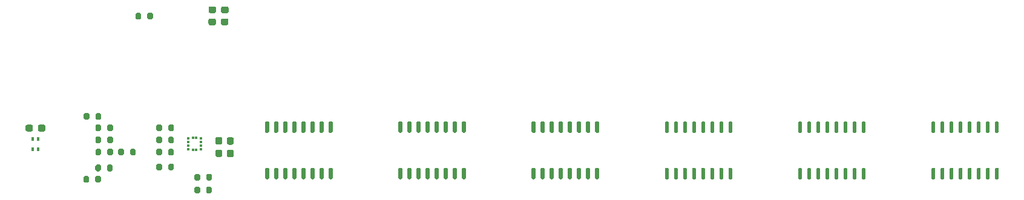
<source format=gbr>
G04 #@! TF.GenerationSoftware,KiCad,Pcbnew,(5.1.12)-1*
G04 #@! TF.CreationDate,2022-05-10T22:26:18-07:00*
G04 #@! TF.ProjectId,Spring2022,53707269-6e67-4323-9032-322e6b696361,rev?*
G04 #@! TF.SameCoordinates,PX3a2c940PY3fe56c0*
G04 #@! TF.FileFunction,Paste,Bot*
G04 #@! TF.FilePolarity,Positive*
%FSLAX46Y46*%
G04 Gerber Fmt 4.6, Leading zero omitted, Abs format (unit mm)*
G04 Created by KiCad (PCBNEW (5.1.12)-1) date 2022-05-10 22:26:18*
%MOMM*%
%LPD*%
G01*
G04 APERTURE LIST*
%ADD10R,0.381000X0.355600*%
%ADD11R,0.355600X0.381000*%
%ADD12R,0.300000X0.500000*%
G04 APERTURE END LIST*
D10*
G04 #@! TO.C,U12*
X90583100Y11479999D03*
X90583100Y11980000D03*
X90583100Y12480000D03*
X90583100Y12980001D03*
D11*
X91184000Y13080900D03*
X91684000Y13080900D03*
D10*
X92284900Y12980001D03*
X92284900Y12480000D03*
X92284900Y11980000D03*
X92284900Y11479999D03*
D11*
X91684000Y11379100D03*
X91184000Y11379100D03*
G04 #@! TD*
G04 #@! TO.C,U7*
G36*
G01*
X101447500Y8850000D02*
X101722500Y8850000D01*
G75*
G02*
X101860000Y8712500I0J-137500D01*
G01*
X101860000Y7387500D01*
G75*
G02*
X101722500Y7250000I-137500J0D01*
G01*
X101447500Y7250000D01*
G75*
G02*
X101310000Y7387500I0J137500D01*
G01*
X101310000Y8712500D01*
G75*
G02*
X101447500Y8850000I137500J0D01*
G01*
G37*
G36*
G01*
X102717500Y8850000D02*
X102992500Y8850000D01*
G75*
G02*
X103130000Y8712500I0J-137500D01*
G01*
X103130000Y7387500D01*
G75*
G02*
X102992500Y7250000I-137500J0D01*
G01*
X102717500Y7250000D01*
G75*
G02*
X102580000Y7387500I0J137500D01*
G01*
X102580000Y8712500D01*
G75*
G02*
X102717500Y8850000I137500J0D01*
G01*
G37*
G36*
G01*
X103987500Y8850000D02*
X104262500Y8850000D01*
G75*
G02*
X104400000Y8712500I0J-137500D01*
G01*
X104400000Y7387500D01*
G75*
G02*
X104262500Y7250000I-137500J0D01*
G01*
X103987500Y7250000D01*
G75*
G02*
X103850000Y7387500I0J137500D01*
G01*
X103850000Y8712500D01*
G75*
G02*
X103987500Y8850000I137500J0D01*
G01*
G37*
G36*
G01*
X105257500Y8850000D02*
X105532500Y8850000D01*
G75*
G02*
X105670000Y8712500I0J-137500D01*
G01*
X105670000Y7387500D01*
G75*
G02*
X105532500Y7250000I-137500J0D01*
G01*
X105257500Y7250000D01*
G75*
G02*
X105120000Y7387500I0J137500D01*
G01*
X105120000Y8712500D01*
G75*
G02*
X105257500Y8850000I137500J0D01*
G01*
G37*
G36*
G01*
X106527500Y8850000D02*
X106802500Y8850000D01*
G75*
G02*
X106940000Y8712500I0J-137500D01*
G01*
X106940000Y7387500D01*
G75*
G02*
X106802500Y7250000I-137500J0D01*
G01*
X106527500Y7250000D01*
G75*
G02*
X106390000Y7387500I0J137500D01*
G01*
X106390000Y8712500D01*
G75*
G02*
X106527500Y8850000I137500J0D01*
G01*
G37*
G36*
G01*
X107797500Y8850000D02*
X108072500Y8850000D01*
G75*
G02*
X108210000Y8712500I0J-137500D01*
G01*
X108210000Y7387500D01*
G75*
G02*
X108072500Y7250000I-137500J0D01*
G01*
X107797500Y7250000D01*
G75*
G02*
X107660000Y7387500I0J137500D01*
G01*
X107660000Y8712500D01*
G75*
G02*
X107797500Y8850000I137500J0D01*
G01*
G37*
G36*
G01*
X109067500Y8850000D02*
X109342500Y8850000D01*
G75*
G02*
X109480000Y8712500I0J-137500D01*
G01*
X109480000Y7387500D01*
G75*
G02*
X109342500Y7250000I-137500J0D01*
G01*
X109067500Y7250000D01*
G75*
G02*
X108930000Y7387500I0J137500D01*
G01*
X108930000Y8712500D01*
G75*
G02*
X109067500Y8850000I137500J0D01*
G01*
G37*
G36*
G01*
X110337500Y8850000D02*
X110612500Y8850000D01*
G75*
G02*
X110750000Y8712500I0J-137500D01*
G01*
X110750000Y7387500D01*
G75*
G02*
X110612500Y7250000I-137500J0D01*
G01*
X110337500Y7250000D01*
G75*
G02*
X110200000Y7387500I0J137500D01*
G01*
X110200000Y8712500D01*
G75*
G02*
X110337500Y8850000I137500J0D01*
G01*
G37*
G36*
G01*
X110337500Y15350000D02*
X110612500Y15350000D01*
G75*
G02*
X110750000Y15212500I0J-137500D01*
G01*
X110750000Y13887500D01*
G75*
G02*
X110612500Y13750000I-137500J0D01*
G01*
X110337500Y13750000D01*
G75*
G02*
X110200000Y13887500I0J137500D01*
G01*
X110200000Y15212500D01*
G75*
G02*
X110337500Y15350000I137500J0D01*
G01*
G37*
G36*
G01*
X109067500Y15350000D02*
X109342500Y15350000D01*
G75*
G02*
X109480000Y15212500I0J-137500D01*
G01*
X109480000Y13887500D01*
G75*
G02*
X109342500Y13750000I-137500J0D01*
G01*
X109067500Y13750000D01*
G75*
G02*
X108930000Y13887500I0J137500D01*
G01*
X108930000Y15212500D01*
G75*
G02*
X109067500Y15350000I137500J0D01*
G01*
G37*
G36*
G01*
X107797500Y15350000D02*
X108072500Y15350000D01*
G75*
G02*
X108210000Y15212500I0J-137500D01*
G01*
X108210000Y13887500D01*
G75*
G02*
X108072500Y13750000I-137500J0D01*
G01*
X107797500Y13750000D01*
G75*
G02*
X107660000Y13887500I0J137500D01*
G01*
X107660000Y15212500D01*
G75*
G02*
X107797500Y15350000I137500J0D01*
G01*
G37*
G36*
G01*
X106527500Y15350000D02*
X106802500Y15350000D01*
G75*
G02*
X106940000Y15212500I0J-137500D01*
G01*
X106940000Y13887500D01*
G75*
G02*
X106802500Y13750000I-137500J0D01*
G01*
X106527500Y13750000D01*
G75*
G02*
X106390000Y13887500I0J137500D01*
G01*
X106390000Y15212500D01*
G75*
G02*
X106527500Y15350000I137500J0D01*
G01*
G37*
G36*
G01*
X105257500Y15350000D02*
X105532500Y15350000D01*
G75*
G02*
X105670000Y15212500I0J-137500D01*
G01*
X105670000Y13887500D01*
G75*
G02*
X105532500Y13750000I-137500J0D01*
G01*
X105257500Y13750000D01*
G75*
G02*
X105120000Y13887500I0J137500D01*
G01*
X105120000Y15212500D01*
G75*
G02*
X105257500Y15350000I137500J0D01*
G01*
G37*
G36*
G01*
X103987500Y15350000D02*
X104262500Y15350000D01*
G75*
G02*
X104400000Y15212500I0J-137500D01*
G01*
X104400000Y13887500D01*
G75*
G02*
X104262500Y13750000I-137500J0D01*
G01*
X103987500Y13750000D01*
G75*
G02*
X103850000Y13887500I0J137500D01*
G01*
X103850000Y15212500D01*
G75*
G02*
X103987500Y15350000I137500J0D01*
G01*
G37*
G36*
G01*
X102717500Y15350000D02*
X102992500Y15350000D01*
G75*
G02*
X103130000Y15212500I0J-137500D01*
G01*
X103130000Y13887500D01*
G75*
G02*
X102992500Y13750000I-137500J0D01*
G01*
X102717500Y13750000D01*
G75*
G02*
X102580000Y13887500I0J137500D01*
G01*
X102580000Y15212500D01*
G75*
G02*
X102717500Y15350000I137500J0D01*
G01*
G37*
G36*
G01*
X101447500Y15350000D02*
X101722500Y15350000D01*
G75*
G02*
X101860000Y15212500I0J-137500D01*
G01*
X101860000Y13887500D01*
G75*
G02*
X101722500Y13750000I-137500J0D01*
G01*
X101447500Y13750000D01*
G75*
G02*
X101310000Y13887500I0J137500D01*
G01*
X101310000Y15212500D01*
G75*
G02*
X101447500Y15350000I137500J0D01*
G01*
G37*
G04 #@! TD*
G04 #@! TO.C,R30*
G36*
G01*
X82419000Y10775000D02*
X82419000Y11325000D01*
G75*
G02*
X82619000Y11525000I200000J0D01*
G01*
X83019000Y11525000D01*
G75*
G02*
X83219000Y11325000I0J-200000D01*
G01*
X83219000Y10775000D01*
G75*
G02*
X83019000Y10575000I-200000J0D01*
G01*
X82619000Y10575000D01*
G75*
G02*
X82419000Y10775000I0J200000D01*
G01*
G37*
G36*
G01*
X80769000Y10775000D02*
X80769000Y11325000D01*
G75*
G02*
X80969000Y11525000I200000J0D01*
G01*
X81369000Y11525000D01*
G75*
G02*
X81569000Y11325000I0J-200000D01*
G01*
X81569000Y10775000D01*
G75*
G02*
X81369000Y10575000I-200000J0D01*
G01*
X80969000Y10575000D01*
G75*
G02*
X80769000Y10775000I0J200000D01*
G01*
G37*
G04 #@! TD*
D12*
G04 #@! TO.C,U11*
X69584000Y11450000D03*
X68784000Y11450000D03*
X68784000Y12850000D03*
X69584000Y12850000D03*
G04 #@! TD*
G04 #@! TO.C,R29*
G36*
G01*
X92209000Y7805000D02*
X92209000Y7255000D01*
G75*
G02*
X92009000Y7055000I-200000J0D01*
G01*
X91609000Y7055000D01*
G75*
G02*
X91409000Y7255000I0J200000D01*
G01*
X91409000Y7805000D01*
G75*
G02*
X91609000Y8005000I200000J0D01*
G01*
X92009000Y8005000D01*
G75*
G02*
X92209000Y7805000I0J-200000D01*
G01*
G37*
G36*
G01*
X93859000Y7805000D02*
X93859000Y7255000D01*
G75*
G02*
X93659000Y7055000I-200000J0D01*
G01*
X93259000Y7055000D01*
G75*
G02*
X93059000Y7255000I0J200000D01*
G01*
X93059000Y7805000D01*
G75*
G02*
X93259000Y8005000I200000J0D01*
G01*
X93659000Y8005000D01*
G75*
G02*
X93859000Y7805000I0J-200000D01*
G01*
G37*
G04 #@! TD*
G04 #@! TO.C,R28*
G36*
G01*
X92209000Y6005000D02*
X92209000Y5455000D01*
G75*
G02*
X92009000Y5255000I-200000J0D01*
G01*
X91609000Y5255000D01*
G75*
G02*
X91409000Y5455000I0J200000D01*
G01*
X91409000Y6005000D01*
G75*
G02*
X91609000Y6205000I200000J0D01*
G01*
X92009000Y6205000D01*
G75*
G02*
X92209000Y6005000I0J-200000D01*
G01*
G37*
G36*
G01*
X93859000Y6005000D02*
X93859000Y5455000D01*
G75*
G02*
X93659000Y5255000I-200000J0D01*
G01*
X93259000Y5255000D01*
G75*
G02*
X93059000Y5455000I0J200000D01*
G01*
X93059000Y6005000D01*
G75*
G02*
X93259000Y6205000I200000J0D01*
G01*
X93659000Y6205000D01*
G75*
G02*
X93859000Y6005000I0J-200000D01*
G01*
G37*
G04 #@! TD*
G04 #@! TO.C,R27*
G36*
G01*
X79209000Y10775000D02*
X79209000Y11325000D01*
G75*
G02*
X79409000Y11525000I200000J0D01*
G01*
X79809000Y11525000D01*
G75*
G02*
X80009000Y11325000I0J-200000D01*
G01*
X80009000Y10775000D01*
G75*
G02*
X79809000Y10575000I-200000J0D01*
G01*
X79409000Y10575000D01*
G75*
G02*
X79209000Y10775000I0J200000D01*
G01*
G37*
G36*
G01*
X77559000Y10775000D02*
X77559000Y11325000D01*
G75*
G02*
X77759000Y11525000I200000J0D01*
G01*
X78159000Y11525000D01*
G75*
G02*
X78359000Y11325000I0J-200000D01*
G01*
X78359000Y10775000D01*
G75*
G02*
X78159000Y10575000I-200000J0D01*
G01*
X77759000Y10575000D01*
G75*
G02*
X77559000Y10775000I0J200000D01*
G01*
G37*
G04 #@! TD*
G04 #@! TO.C,R26*
G36*
G01*
X79189000Y8555000D02*
X79189000Y9105000D01*
G75*
G02*
X79389000Y9305000I200000J0D01*
G01*
X79789000Y9305000D01*
G75*
G02*
X79989000Y9105000I0J-200000D01*
G01*
X79989000Y8555000D01*
G75*
G02*
X79789000Y8355000I-200000J0D01*
G01*
X79389000Y8355000D01*
G75*
G02*
X79189000Y8555000I0J200000D01*
G01*
G37*
G36*
G01*
X77539000Y8555000D02*
X77539000Y9105000D01*
G75*
G02*
X77739000Y9305000I200000J0D01*
G01*
X78139000Y9305000D01*
G75*
G02*
X78339000Y9105000I0J-200000D01*
G01*
X78339000Y8555000D01*
G75*
G02*
X78139000Y8355000I-200000J0D01*
G01*
X77739000Y8355000D01*
G75*
G02*
X77539000Y8555000I0J200000D01*
G01*
G37*
G04 #@! TD*
G04 #@! TO.C,R25*
G36*
G01*
X79209000Y14175000D02*
X79209000Y14725000D01*
G75*
G02*
X79409000Y14925000I200000J0D01*
G01*
X79809000Y14925000D01*
G75*
G02*
X80009000Y14725000I0J-200000D01*
G01*
X80009000Y14175000D01*
G75*
G02*
X79809000Y13975000I-200000J0D01*
G01*
X79409000Y13975000D01*
G75*
G02*
X79209000Y14175000I0J200000D01*
G01*
G37*
G36*
G01*
X77559000Y14175000D02*
X77559000Y14725000D01*
G75*
G02*
X77759000Y14925000I200000J0D01*
G01*
X78159000Y14925000D01*
G75*
G02*
X78359000Y14725000I0J-200000D01*
G01*
X78359000Y14175000D01*
G75*
G02*
X78159000Y13975000I-200000J0D01*
G01*
X77759000Y13975000D01*
G75*
G02*
X77559000Y14175000I0J200000D01*
G01*
G37*
G04 #@! TD*
G04 #@! TO.C,R24*
G36*
G01*
X78359000Y13025000D02*
X78359000Y12475000D01*
G75*
G02*
X78159000Y12275000I-200000J0D01*
G01*
X77759000Y12275000D01*
G75*
G02*
X77559000Y12475000I0J200000D01*
G01*
X77559000Y13025000D01*
G75*
G02*
X77759000Y13225000I200000J0D01*
G01*
X78159000Y13225000D01*
G75*
G02*
X78359000Y13025000I0J-200000D01*
G01*
G37*
G36*
G01*
X80009000Y13025000D02*
X80009000Y12475000D01*
G75*
G02*
X79809000Y12275000I-200000J0D01*
G01*
X79409000Y12275000D01*
G75*
G02*
X79209000Y12475000I0J200000D01*
G01*
X79209000Y13025000D01*
G75*
G02*
X79409000Y13225000I200000J0D01*
G01*
X79809000Y13225000D01*
G75*
G02*
X80009000Y13025000I0J-200000D01*
G01*
G37*
G04 #@! TD*
G04 #@! TO.C,R23*
G36*
G01*
X87749000Y10775000D02*
X87749000Y11325000D01*
G75*
G02*
X87949000Y11525000I200000J0D01*
G01*
X88349000Y11525000D01*
G75*
G02*
X88549000Y11325000I0J-200000D01*
G01*
X88549000Y10775000D01*
G75*
G02*
X88349000Y10575000I-200000J0D01*
G01*
X87949000Y10575000D01*
G75*
G02*
X87749000Y10775000I0J200000D01*
G01*
G37*
G36*
G01*
X86099000Y10775000D02*
X86099000Y11325000D01*
G75*
G02*
X86299000Y11525000I200000J0D01*
G01*
X86699000Y11525000D01*
G75*
G02*
X86899000Y11325000I0J-200000D01*
G01*
X86899000Y10775000D01*
G75*
G02*
X86699000Y10575000I-200000J0D01*
G01*
X86299000Y10575000D01*
G75*
G02*
X86099000Y10775000I0J200000D01*
G01*
G37*
G04 #@! TD*
G04 #@! TO.C,R22*
G36*
G01*
X87749000Y12475000D02*
X87749000Y13025000D01*
G75*
G02*
X87949000Y13225000I200000J0D01*
G01*
X88349000Y13225000D01*
G75*
G02*
X88549000Y13025000I0J-200000D01*
G01*
X88549000Y12475000D01*
G75*
G02*
X88349000Y12275000I-200000J0D01*
G01*
X87949000Y12275000D01*
G75*
G02*
X87749000Y12475000I0J200000D01*
G01*
G37*
G36*
G01*
X86099000Y12475000D02*
X86099000Y13025000D01*
G75*
G02*
X86299000Y13225000I200000J0D01*
G01*
X86699000Y13225000D01*
G75*
G02*
X86899000Y13025000I0J-200000D01*
G01*
X86899000Y12475000D01*
G75*
G02*
X86699000Y12275000I-200000J0D01*
G01*
X86299000Y12275000D01*
G75*
G02*
X86099000Y12475000I0J200000D01*
G01*
G37*
G04 #@! TD*
G04 #@! TO.C,R21*
G36*
G01*
X87749000Y14175000D02*
X87749000Y14725000D01*
G75*
G02*
X87949000Y14925000I200000J0D01*
G01*
X88349000Y14925000D01*
G75*
G02*
X88549000Y14725000I0J-200000D01*
G01*
X88549000Y14175000D01*
G75*
G02*
X88349000Y13975000I-200000J0D01*
G01*
X87949000Y13975000D01*
G75*
G02*
X87749000Y14175000I0J200000D01*
G01*
G37*
G36*
G01*
X86099000Y14175000D02*
X86099000Y14725000D01*
G75*
G02*
X86299000Y14925000I200000J0D01*
G01*
X86699000Y14925000D01*
G75*
G02*
X86899000Y14725000I0J-200000D01*
G01*
X86899000Y14175000D01*
G75*
G02*
X86699000Y13975000I-200000J0D01*
G01*
X86299000Y13975000D01*
G75*
G02*
X86099000Y14175000I0J200000D01*
G01*
G37*
G04 #@! TD*
G04 #@! TO.C,R20*
G36*
G01*
X87749000Y8687000D02*
X87749000Y9237000D01*
G75*
G02*
X87949000Y9437000I200000J0D01*
G01*
X88349000Y9437000D01*
G75*
G02*
X88549000Y9237000I0J-200000D01*
G01*
X88549000Y8687000D01*
G75*
G02*
X88349000Y8487000I-200000J0D01*
G01*
X87949000Y8487000D01*
G75*
G02*
X87749000Y8687000I0J200000D01*
G01*
G37*
G36*
G01*
X86099000Y8687000D02*
X86099000Y9237000D01*
G75*
G02*
X86299000Y9437000I200000J0D01*
G01*
X86699000Y9437000D01*
G75*
G02*
X86899000Y9237000I0J-200000D01*
G01*
X86899000Y8687000D01*
G75*
G02*
X86699000Y8487000I-200000J0D01*
G01*
X86299000Y8487000D01*
G75*
G02*
X86099000Y8687000I0J200000D01*
G01*
G37*
G04 #@! TD*
G04 #@! TO.C,R19*
G36*
G01*
X83975000Y30375000D02*
X83975000Y29825000D01*
G75*
G02*
X83775000Y29625000I-200000J0D01*
G01*
X83375000Y29625000D01*
G75*
G02*
X83175000Y29825000I0J200000D01*
G01*
X83175000Y30375000D01*
G75*
G02*
X83375000Y30575000I200000J0D01*
G01*
X83775000Y30575000D01*
G75*
G02*
X83975000Y30375000I0J-200000D01*
G01*
G37*
G36*
G01*
X85625000Y30375000D02*
X85625000Y29825000D01*
G75*
G02*
X85425000Y29625000I-200000J0D01*
G01*
X85025000Y29625000D01*
G75*
G02*
X84825000Y29825000I0J200000D01*
G01*
X84825000Y30375000D01*
G75*
G02*
X85025000Y30575000I200000J0D01*
G01*
X85425000Y30575000D01*
G75*
G02*
X85625000Y30375000I0J-200000D01*
G01*
G37*
G04 #@! TD*
G04 #@! TO.C,R18*
G36*
G01*
X77565000Y15765000D02*
X77565000Y16315000D01*
G75*
G02*
X77765000Y16515000I200000J0D01*
G01*
X78165000Y16515000D01*
G75*
G02*
X78365000Y16315000I0J-200000D01*
G01*
X78365000Y15765000D01*
G75*
G02*
X78165000Y15565000I-200000J0D01*
G01*
X77765000Y15565000D01*
G75*
G02*
X77565000Y15765000I0J200000D01*
G01*
G37*
G36*
G01*
X75915000Y15765000D02*
X75915000Y16315000D01*
G75*
G02*
X76115000Y16515000I200000J0D01*
G01*
X76515000Y16515000D01*
G75*
G02*
X76715000Y16315000I0J-200000D01*
G01*
X76715000Y15765000D01*
G75*
G02*
X76515000Y15565000I-200000J0D01*
G01*
X76115000Y15565000D01*
G75*
G02*
X75915000Y15765000I0J200000D01*
G01*
G37*
G04 #@! TD*
G04 #@! TO.C,R17*
G36*
G01*
X77535000Y6955000D02*
X77535000Y7505000D01*
G75*
G02*
X77735000Y7705000I200000J0D01*
G01*
X78135000Y7705000D01*
G75*
G02*
X78335000Y7505000I0J-200000D01*
G01*
X78335000Y6955000D01*
G75*
G02*
X78135000Y6755000I-200000J0D01*
G01*
X77735000Y6755000D01*
G75*
G02*
X77535000Y6955000I0J200000D01*
G01*
G37*
G36*
G01*
X75885000Y6955000D02*
X75885000Y7505000D01*
G75*
G02*
X76085000Y7705000I200000J0D01*
G01*
X76485000Y7705000D01*
G75*
G02*
X76685000Y7505000I0J-200000D01*
G01*
X76685000Y6955000D01*
G75*
G02*
X76485000Y6755000I-200000J0D01*
G01*
X76085000Y6755000D01*
G75*
G02*
X75885000Y6955000I0J200000D01*
G01*
G37*
G04 #@! TD*
G04 #@! TO.C,C5*
G36*
G01*
X96671500Y10330000D02*
X96196500Y10330000D01*
G75*
G02*
X95959000Y10567500I0J237500D01*
G01*
X95959000Y11142500D01*
G75*
G02*
X96196500Y11380000I237500J0D01*
G01*
X96671500Y11380000D01*
G75*
G02*
X96909000Y11142500I0J-237500D01*
G01*
X96909000Y10567500D01*
G75*
G02*
X96671500Y10330000I-237500J0D01*
G01*
G37*
G36*
G01*
X96671500Y12080000D02*
X96196500Y12080000D01*
G75*
G02*
X95959000Y12317500I0J237500D01*
G01*
X95959000Y12892500D01*
G75*
G02*
X96196500Y13130000I237500J0D01*
G01*
X96671500Y13130000D01*
G75*
G02*
X96909000Y12892500I0J-237500D01*
G01*
X96909000Y12317500D01*
G75*
G02*
X96671500Y12080000I-237500J0D01*
G01*
G37*
G04 #@! TD*
G04 #@! TO.C,C4*
G36*
G01*
X95071500Y10355000D02*
X94596500Y10355000D01*
G75*
G02*
X94359000Y10592500I0J237500D01*
G01*
X94359000Y11167500D01*
G75*
G02*
X94596500Y11405000I237500J0D01*
G01*
X95071500Y11405000D01*
G75*
G02*
X95309000Y11167500I0J-237500D01*
G01*
X95309000Y10592500D01*
G75*
G02*
X95071500Y10355000I-237500J0D01*
G01*
G37*
G36*
G01*
X95071500Y12105000D02*
X94596500Y12105000D01*
G75*
G02*
X94359000Y12342500I0J237500D01*
G01*
X94359000Y12917500D01*
G75*
G02*
X94596500Y13155000I237500J0D01*
G01*
X95071500Y13155000D01*
G75*
G02*
X95309000Y12917500I0J-237500D01*
G01*
X95309000Y12342500D01*
G75*
G02*
X95071500Y12105000I-237500J0D01*
G01*
G37*
G04 #@! TD*
G04 #@! TO.C,C3*
G36*
G01*
X67780000Y14172500D02*
X67780000Y14647500D01*
G75*
G02*
X68017500Y14885000I237500J0D01*
G01*
X68592500Y14885000D01*
G75*
G02*
X68830000Y14647500I0J-237500D01*
G01*
X68830000Y14172500D01*
G75*
G02*
X68592500Y13935000I-237500J0D01*
G01*
X68017500Y13935000D01*
G75*
G02*
X67780000Y14172500I0J237500D01*
G01*
G37*
G36*
G01*
X69530000Y14172500D02*
X69530000Y14647500D01*
G75*
G02*
X69767500Y14885000I237500J0D01*
G01*
X70342500Y14885000D01*
G75*
G02*
X70580000Y14647500I0J-237500D01*
G01*
X70580000Y14172500D01*
G75*
G02*
X70342500Y13935000I-237500J0D01*
G01*
X69767500Y13935000D01*
G75*
G02*
X69530000Y14172500I0J237500D01*
G01*
G37*
G04 #@! TD*
G04 #@! TO.C,C2*
G36*
G01*
X93396000Y30746500D02*
X93396000Y31221500D01*
G75*
G02*
X93633500Y31459000I237500J0D01*
G01*
X94208500Y31459000D01*
G75*
G02*
X94446000Y31221500I0J-237500D01*
G01*
X94446000Y30746500D01*
G75*
G02*
X94208500Y30509000I-237500J0D01*
G01*
X93633500Y30509000D01*
G75*
G02*
X93396000Y30746500I0J237500D01*
G01*
G37*
G36*
G01*
X95146000Y30746500D02*
X95146000Y31221500D01*
G75*
G02*
X95383500Y31459000I237500J0D01*
G01*
X95958500Y31459000D01*
G75*
G02*
X96196000Y31221500I0J-237500D01*
G01*
X96196000Y30746500D01*
G75*
G02*
X95958500Y30509000I-237500J0D01*
G01*
X95383500Y30509000D01*
G75*
G02*
X95146000Y30746500I0J237500D01*
G01*
G37*
G04 #@! TD*
G04 #@! TO.C,C1*
G36*
G01*
X93376000Y29056500D02*
X93376000Y29531500D01*
G75*
G02*
X93613500Y29769000I237500J0D01*
G01*
X94188500Y29769000D01*
G75*
G02*
X94426000Y29531500I0J-237500D01*
G01*
X94426000Y29056500D01*
G75*
G02*
X94188500Y28819000I-237500J0D01*
G01*
X93613500Y28819000D01*
G75*
G02*
X93376000Y29056500I0J237500D01*
G01*
G37*
G36*
G01*
X95126000Y29056500D02*
X95126000Y29531500D01*
G75*
G02*
X95363500Y29769000I237500J0D01*
G01*
X95938500Y29769000D01*
G75*
G02*
X96176000Y29531500I0J-237500D01*
G01*
X96176000Y29056500D01*
G75*
G02*
X95938500Y28819000I-237500J0D01*
G01*
X95363500Y28819000D01*
G75*
G02*
X95126000Y29056500I0J237500D01*
G01*
G37*
G04 #@! TD*
G04 #@! TO.C,U6*
G36*
G01*
X120087500Y8850000D02*
X120362500Y8850000D01*
G75*
G02*
X120500000Y8712500I0J-137500D01*
G01*
X120500000Y7387500D01*
G75*
G02*
X120362500Y7250000I-137500J0D01*
G01*
X120087500Y7250000D01*
G75*
G02*
X119950000Y7387500I0J137500D01*
G01*
X119950000Y8712500D01*
G75*
G02*
X120087500Y8850000I137500J0D01*
G01*
G37*
G36*
G01*
X121357500Y8850000D02*
X121632500Y8850000D01*
G75*
G02*
X121770000Y8712500I0J-137500D01*
G01*
X121770000Y7387500D01*
G75*
G02*
X121632500Y7250000I-137500J0D01*
G01*
X121357500Y7250000D01*
G75*
G02*
X121220000Y7387500I0J137500D01*
G01*
X121220000Y8712500D01*
G75*
G02*
X121357500Y8850000I137500J0D01*
G01*
G37*
G36*
G01*
X122627500Y8850000D02*
X122902500Y8850000D01*
G75*
G02*
X123040000Y8712500I0J-137500D01*
G01*
X123040000Y7387500D01*
G75*
G02*
X122902500Y7250000I-137500J0D01*
G01*
X122627500Y7250000D01*
G75*
G02*
X122490000Y7387500I0J137500D01*
G01*
X122490000Y8712500D01*
G75*
G02*
X122627500Y8850000I137500J0D01*
G01*
G37*
G36*
G01*
X123897500Y8850000D02*
X124172500Y8850000D01*
G75*
G02*
X124310000Y8712500I0J-137500D01*
G01*
X124310000Y7387500D01*
G75*
G02*
X124172500Y7250000I-137500J0D01*
G01*
X123897500Y7250000D01*
G75*
G02*
X123760000Y7387500I0J137500D01*
G01*
X123760000Y8712500D01*
G75*
G02*
X123897500Y8850000I137500J0D01*
G01*
G37*
G36*
G01*
X125167500Y8850000D02*
X125442500Y8850000D01*
G75*
G02*
X125580000Y8712500I0J-137500D01*
G01*
X125580000Y7387500D01*
G75*
G02*
X125442500Y7250000I-137500J0D01*
G01*
X125167500Y7250000D01*
G75*
G02*
X125030000Y7387500I0J137500D01*
G01*
X125030000Y8712500D01*
G75*
G02*
X125167500Y8850000I137500J0D01*
G01*
G37*
G36*
G01*
X126437500Y8850000D02*
X126712500Y8850000D01*
G75*
G02*
X126850000Y8712500I0J-137500D01*
G01*
X126850000Y7387500D01*
G75*
G02*
X126712500Y7250000I-137500J0D01*
G01*
X126437500Y7250000D01*
G75*
G02*
X126300000Y7387500I0J137500D01*
G01*
X126300000Y8712500D01*
G75*
G02*
X126437500Y8850000I137500J0D01*
G01*
G37*
G36*
G01*
X127707500Y8850000D02*
X127982500Y8850000D01*
G75*
G02*
X128120000Y8712500I0J-137500D01*
G01*
X128120000Y7387500D01*
G75*
G02*
X127982500Y7250000I-137500J0D01*
G01*
X127707500Y7250000D01*
G75*
G02*
X127570000Y7387500I0J137500D01*
G01*
X127570000Y8712500D01*
G75*
G02*
X127707500Y8850000I137500J0D01*
G01*
G37*
G36*
G01*
X128977500Y8850000D02*
X129252500Y8850000D01*
G75*
G02*
X129390000Y8712500I0J-137500D01*
G01*
X129390000Y7387500D01*
G75*
G02*
X129252500Y7250000I-137500J0D01*
G01*
X128977500Y7250000D01*
G75*
G02*
X128840000Y7387500I0J137500D01*
G01*
X128840000Y8712500D01*
G75*
G02*
X128977500Y8850000I137500J0D01*
G01*
G37*
G36*
G01*
X128977500Y15350000D02*
X129252500Y15350000D01*
G75*
G02*
X129390000Y15212500I0J-137500D01*
G01*
X129390000Y13887500D01*
G75*
G02*
X129252500Y13750000I-137500J0D01*
G01*
X128977500Y13750000D01*
G75*
G02*
X128840000Y13887500I0J137500D01*
G01*
X128840000Y15212500D01*
G75*
G02*
X128977500Y15350000I137500J0D01*
G01*
G37*
G36*
G01*
X127707500Y15350000D02*
X127982500Y15350000D01*
G75*
G02*
X128120000Y15212500I0J-137500D01*
G01*
X128120000Y13887500D01*
G75*
G02*
X127982500Y13750000I-137500J0D01*
G01*
X127707500Y13750000D01*
G75*
G02*
X127570000Y13887500I0J137500D01*
G01*
X127570000Y15212500D01*
G75*
G02*
X127707500Y15350000I137500J0D01*
G01*
G37*
G36*
G01*
X126437500Y15350000D02*
X126712500Y15350000D01*
G75*
G02*
X126850000Y15212500I0J-137500D01*
G01*
X126850000Y13887500D01*
G75*
G02*
X126712500Y13750000I-137500J0D01*
G01*
X126437500Y13750000D01*
G75*
G02*
X126300000Y13887500I0J137500D01*
G01*
X126300000Y15212500D01*
G75*
G02*
X126437500Y15350000I137500J0D01*
G01*
G37*
G36*
G01*
X125167500Y15350000D02*
X125442500Y15350000D01*
G75*
G02*
X125580000Y15212500I0J-137500D01*
G01*
X125580000Y13887500D01*
G75*
G02*
X125442500Y13750000I-137500J0D01*
G01*
X125167500Y13750000D01*
G75*
G02*
X125030000Y13887500I0J137500D01*
G01*
X125030000Y15212500D01*
G75*
G02*
X125167500Y15350000I137500J0D01*
G01*
G37*
G36*
G01*
X123897500Y15350000D02*
X124172500Y15350000D01*
G75*
G02*
X124310000Y15212500I0J-137500D01*
G01*
X124310000Y13887500D01*
G75*
G02*
X124172500Y13750000I-137500J0D01*
G01*
X123897500Y13750000D01*
G75*
G02*
X123760000Y13887500I0J137500D01*
G01*
X123760000Y15212500D01*
G75*
G02*
X123897500Y15350000I137500J0D01*
G01*
G37*
G36*
G01*
X122627500Y15350000D02*
X122902500Y15350000D01*
G75*
G02*
X123040000Y15212500I0J-137500D01*
G01*
X123040000Y13887500D01*
G75*
G02*
X122902500Y13750000I-137500J0D01*
G01*
X122627500Y13750000D01*
G75*
G02*
X122490000Y13887500I0J137500D01*
G01*
X122490000Y15212500D01*
G75*
G02*
X122627500Y15350000I137500J0D01*
G01*
G37*
G36*
G01*
X121357500Y15350000D02*
X121632500Y15350000D01*
G75*
G02*
X121770000Y15212500I0J-137500D01*
G01*
X121770000Y13887500D01*
G75*
G02*
X121632500Y13750000I-137500J0D01*
G01*
X121357500Y13750000D01*
G75*
G02*
X121220000Y13887500I0J137500D01*
G01*
X121220000Y15212500D01*
G75*
G02*
X121357500Y15350000I137500J0D01*
G01*
G37*
G36*
G01*
X120087500Y15350000D02*
X120362500Y15350000D01*
G75*
G02*
X120500000Y15212500I0J-137500D01*
G01*
X120500000Y13887500D01*
G75*
G02*
X120362500Y13750000I-137500J0D01*
G01*
X120087500Y13750000D01*
G75*
G02*
X119950000Y13887500I0J137500D01*
G01*
X119950000Y15212500D01*
G75*
G02*
X120087500Y15350000I137500J0D01*
G01*
G37*
G04 #@! TD*
G04 #@! TO.C,U5*
G36*
G01*
X138727500Y8850000D02*
X139002500Y8850000D01*
G75*
G02*
X139140000Y8712500I0J-137500D01*
G01*
X139140000Y7387500D01*
G75*
G02*
X139002500Y7250000I-137500J0D01*
G01*
X138727500Y7250000D01*
G75*
G02*
X138590000Y7387500I0J137500D01*
G01*
X138590000Y8712500D01*
G75*
G02*
X138727500Y8850000I137500J0D01*
G01*
G37*
G36*
G01*
X139997500Y8850000D02*
X140272500Y8850000D01*
G75*
G02*
X140410000Y8712500I0J-137500D01*
G01*
X140410000Y7387500D01*
G75*
G02*
X140272500Y7250000I-137500J0D01*
G01*
X139997500Y7250000D01*
G75*
G02*
X139860000Y7387500I0J137500D01*
G01*
X139860000Y8712500D01*
G75*
G02*
X139997500Y8850000I137500J0D01*
G01*
G37*
G36*
G01*
X141267500Y8850000D02*
X141542500Y8850000D01*
G75*
G02*
X141680000Y8712500I0J-137500D01*
G01*
X141680000Y7387500D01*
G75*
G02*
X141542500Y7250000I-137500J0D01*
G01*
X141267500Y7250000D01*
G75*
G02*
X141130000Y7387500I0J137500D01*
G01*
X141130000Y8712500D01*
G75*
G02*
X141267500Y8850000I137500J0D01*
G01*
G37*
G36*
G01*
X142537500Y8850000D02*
X142812500Y8850000D01*
G75*
G02*
X142950000Y8712500I0J-137500D01*
G01*
X142950000Y7387500D01*
G75*
G02*
X142812500Y7250000I-137500J0D01*
G01*
X142537500Y7250000D01*
G75*
G02*
X142400000Y7387500I0J137500D01*
G01*
X142400000Y8712500D01*
G75*
G02*
X142537500Y8850000I137500J0D01*
G01*
G37*
G36*
G01*
X143807500Y8850000D02*
X144082500Y8850000D01*
G75*
G02*
X144220000Y8712500I0J-137500D01*
G01*
X144220000Y7387500D01*
G75*
G02*
X144082500Y7250000I-137500J0D01*
G01*
X143807500Y7250000D01*
G75*
G02*
X143670000Y7387500I0J137500D01*
G01*
X143670000Y8712500D01*
G75*
G02*
X143807500Y8850000I137500J0D01*
G01*
G37*
G36*
G01*
X145077500Y8850000D02*
X145352500Y8850000D01*
G75*
G02*
X145490000Y8712500I0J-137500D01*
G01*
X145490000Y7387500D01*
G75*
G02*
X145352500Y7250000I-137500J0D01*
G01*
X145077500Y7250000D01*
G75*
G02*
X144940000Y7387500I0J137500D01*
G01*
X144940000Y8712500D01*
G75*
G02*
X145077500Y8850000I137500J0D01*
G01*
G37*
G36*
G01*
X146347500Y8850000D02*
X146622500Y8850000D01*
G75*
G02*
X146760000Y8712500I0J-137500D01*
G01*
X146760000Y7387500D01*
G75*
G02*
X146622500Y7250000I-137500J0D01*
G01*
X146347500Y7250000D01*
G75*
G02*
X146210000Y7387500I0J137500D01*
G01*
X146210000Y8712500D01*
G75*
G02*
X146347500Y8850000I137500J0D01*
G01*
G37*
G36*
G01*
X147617500Y8850000D02*
X147892500Y8850000D01*
G75*
G02*
X148030000Y8712500I0J-137500D01*
G01*
X148030000Y7387500D01*
G75*
G02*
X147892500Y7250000I-137500J0D01*
G01*
X147617500Y7250000D01*
G75*
G02*
X147480000Y7387500I0J137500D01*
G01*
X147480000Y8712500D01*
G75*
G02*
X147617500Y8850000I137500J0D01*
G01*
G37*
G36*
G01*
X147617500Y15350000D02*
X147892500Y15350000D01*
G75*
G02*
X148030000Y15212500I0J-137500D01*
G01*
X148030000Y13887500D01*
G75*
G02*
X147892500Y13750000I-137500J0D01*
G01*
X147617500Y13750000D01*
G75*
G02*
X147480000Y13887500I0J137500D01*
G01*
X147480000Y15212500D01*
G75*
G02*
X147617500Y15350000I137500J0D01*
G01*
G37*
G36*
G01*
X146347500Y15350000D02*
X146622500Y15350000D01*
G75*
G02*
X146760000Y15212500I0J-137500D01*
G01*
X146760000Y13887500D01*
G75*
G02*
X146622500Y13750000I-137500J0D01*
G01*
X146347500Y13750000D01*
G75*
G02*
X146210000Y13887500I0J137500D01*
G01*
X146210000Y15212500D01*
G75*
G02*
X146347500Y15350000I137500J0D01*
G01*
G37*
G36*
G01*
X145077500Y15350000D02*
X145352500Y15350000D01*
G75*
G02*
X145490000Y15212500I0J-137500D01*
G01*
X145490000Y13887500D01*
G75*
G02*
X145352500Y13750000I-137500J0D01*
G01*
X145077500Y13750000D01*
G75*
G02*
X144940000Y13887500I0J137500D01*
G01*
X144940000Y15212500D01*
G75*
G02*
X145077500Y15350000I137500J0D01*
G01*
G37*
G36*
G01*
X143807500Y15350000D02*
X144082500Y15350000D01*
G75*
G02*
X144220000Y15212500I0J-137500D01*
G01*
X144220000Y13887500D01*
G75*
G02*
X144082500Y13750000I-137500J0D01*
G01*
X143807500Y13750000D01*
G75*
G02*
X143670000Y13887500I0J137500D01*
G01*
X143670000Y15212500D01*
G75*
G02*
X143807500Y15350000I137500J0D01*
G01*
G37*
G36*
G01*
X142537500Y15350000D02*
X142812500Y15350000D01*
G75*
G02*
X142950000Y15212500I0J-137500D01*
G01*
X142950000Y13887500D01*
G75*
G02*
X142812500Y13750000I-137500J0D01*
G01*
X142537500Y13750000D01*
G75*
G02*
X142400000Y13887500I0J137500D01*
G01*
X142400000Y15212500D01*
G75*
G02*
X142537500Y15350000I137500J0D01*
G01*
G37*
G36*
G01*
X141267500Y15350000D02*
X141542500Y15350000D01*
G75*
G02*
X141680000Y15212500I0J-137500D01*
G01*
X141680000Y13887500D01*
G75*
G02*
X141542500Y13750000I-137500J0D01*
G01*
X141267500Y13750000D01*
G75*
G02*
X141130000Y13887500I0J137500D01*
G01*
X141130000Y15212500D01*
G75*
G02*
X141267500Y15350000I137500J0D01*
G01*
G37*
G36*
G01*
X139997500Y15350000D02*
X140272500Y15350000D01*
G75*
G02*
X140410000Y15212500I0J-137500D01*
G01*
X140410000Y13887500D01*
G75*
G02*
X140272500Y13750000I-137500J0D01*
G01*
X139997500Y13750000D01*
G75*
G02*
X139860000Y13887500I0J137500D01*
G01*
X139860000Y15212500D01*
G75*
G02*
X139997500Y15350000I137500J0D01*
G01*
G37*
G36*
G01*
X138727500Y15350000D02*
X139002500Y15350000D01*
G75*
G02*
X139140000Y15212500I0J-137500D01*
G01*
X139140000Y13887500D01*
G75*
G02*
X139002500Y13750000I-137500J0D01*
G01*
X138727500Y13750000D01*
G75*
G02*
X138590000Y13887500I0J137500D01*
G01*
X138590000Y15212500D01*
G75*
G02*
X138727500Y15350000I137500J0D01*
G01*
G37*
G04 #@! TD*
G04 #@! TO.C,U4*
G36*
G01*
X157367500Y8850000D02*
X157642500Y8850000D01*
G75*
G02*
X157780000Y8712500I0J-137500D01*
G01*
X157780000Y7387500D01*
G75*
G02*
X157642500Y7250000I-137500J0D01*
G01*
X157367500Y7250000D01*
G75*
G02*
X157230000Y7387500I0J137500D01*
G01*
X157230000Y8712500D01*
G75*
G02*
X157367500Y8850000I137500J0D01*
G01*
G37*
G36*
G01*
X158637500Y8850000D02*
X158912500Y8850000D01*
G75*
G02*
X159050000Y8712500I0J-137500D01*
G01*
X159050000Y7387500D01*
G75*
G02*
X158912500Y7250000I-137500J0D01*
G01*
X158637500Y7250000D01*
G75*
G02*
X158500000Y7387500I0J137500D01*
G01*
X158500000Y8712500D01*
G75*
G02*
X158637500Y8850000I137500J0D01*
G01*
G37*
G36*
G01*
X159907500Y8850000D02*
X160182500Y8850000D01*
G75*
G02*
X160320000Y8712500I0J-137500D01*
G01*
X160320000Y7387500D01*
G75*
G02*
X160182500Y7250000I-137500J0D01*
G01*
X159907500Y7250000D01*
G75*
G02*
X159770000Y7387500I0J137500D01*
G01*
X159770000Y8712500D01*
G75*
G02*
X159907500Y8850000I137500J0D01*
G01*
G37*
G36*
G01*
X161177500Y8850000D02*
X161452500Y8850000D01*
G75*
G02*
X161590000Y8712500I0J-137500D01*
G01*
X161590000Y7387500D01*
G75*
G02*
X161452500Y7250000I-137500J0D01*
G01*
X161177500Y7250000D01*
G75*
G02*
X161040000Y7387500I0J137500D01*
G01*
X161040000Y8712500D01*
G75*
G02*
X161177500Y8850000I137500J0D01*
G01*
G37*
G36*
G01*
X162447500Y8850000D02*
X162722500Y8850000D01*
G75*
G02*
X162860000Y8712500I0J-137500D01*
G01*
X162860000Y7387500D01*
G75*
G02*
X162722500Y7250000I-137500J0D01*
G01*
X162447500Y7250000D01*
G75*
G02*
X162310000Y7387500I0J137500D01*
G01*
X162310000Y8712500D01*
G75*
G02*
X162447500Y8850000I137500J0D01*
G01*
G37*
G36*
G01*
X163717500Y8850000D02*
X163992500Y8850000D01*
G75*
G02*
X164130000Y8712500I0J-137500D01*
G01*
X164130000Y7387500D01*
G75*
G02*
X163992500Y7250000I-137500J0D01*
G01*
X163717500Y7250000D01*
G75*
G02*
X163580000Y7387500I0J137500D01*
G01*
X163580000Y8712500D01*
G75*
G02*
X163717500Y8850000I137500J0D01*
G01*
G37*
G36*
G01*
X164987500Y8850000D02*
X165262500Y8850000D01*
G75*
G02*
X165400000Y8712500I0J-137500D01*
G01*
X165400000Y7387500D01*
G75*
G02*
X165262500Y7250000I-137500J0D01*
G01*
X164987500Y7250000D01*
G75*
G02*
X164850000Y7387500I0J137500D01*
G01*
X164850000Y8712500D01*
G75*
G02*
X164987500Y8850000I137500J0D01*
G01*
G37*
G36*
G01*
X166257500Y8850000D02*
X166532500Y8850000D01*
G75*
G02*
X166670000Y8712500I0J-137500D01*
G01*
X166670000Y7387500D01*
G75*
G02*
X166532500Y7250000I-137500J0D01*
G01*
X166257500Y7250000D01*
G75*
G02*
X166120000Y7387500I0J137500D01*
G01*
X166120000Y8712500D01*
G75*
G02*
X166257500Y8850000I137500J0D01*
G01*
G37*
G36*
G01*
X166257500Y15350000D02*
X166532500Y15350000D01*
G75*
G02*
X166670000Y15212500I0J-137500D01*
G01*
X166670000Y13887500D01*
G75*
G02*
X166532500Y13750000I-137500J0D01*
G01*
X166257500Y13750000D01*
G75*
G02*
X166120000Y13887500I0J137500D01*
G01*
X166120000Y15212500D01*
G75*
G02*
X166257500Y15350000I137500J0D01*
G01*
G37*
G36*
G01*
X164987500Y15350000D02*
X165262500Y15350000D01*
G75*
G02*
X165400000Y15212500I0J-137500D01*
G01*
X165400000Y13887500D01*
G75*
G02*
X165262500Y13750000I-137500J0D01*
G01*
X164987500Y13750000D01*
G75*
G02*
X164850000Y13887500I0J137500D01*
G01*
X164850000Y15212500D01*
G75*
G02*
X164987500Y15350000I137500J0D01*
G01*
G37*
G36*
G01*
X163717500Y15350000D02*
X163992500Y15350000D01*
G75*
G02*
X164130000Y15212500I0J-137500D01*
G01*
X164130000Y13887500D01*
G75*
G02*
X163992500Y13750000I-137500J0D01*
G01*
X163717500Y13750000D01*
G75*
G02*
X163580000Y13887500I0J137500D01*
G01*
X163580000Y15212500D01*
G75*
G02*
X163717500Y15350000I137500J0D01*
G01*
G37*
G36*
G01*
X162447500Y15350000D02*
X162722500Y15350000D01*
G75*
G02*
X162860000Y15212500I0J-137500D01*
G01*
X162860000Y13887500D01*
G75*
G02*
X162722500Y13750000I-137500J0D01*
G01*
X162447500Y13750000D01*
G75*
G02*
X162310000Y13887500I0J137500D01*
G01*
X162310000Y15212500D01*
G75*
G02*
X162447500Y15350000I137500J0D01*
G01*
G37*
G36*
G01*
X161177500Y15350000D02*
X161452500Y15350000D01*
G75*
G02*
X161590000Y15212500I0J-137500D01*
G01*
X161590000Y13887500D01*
G75*
G02*
X161452500Y13750000I-137500J0D01*
G01*
X161177500Y13750000D01*
G75*
G02*
X161040000Y13887500I0J137500D01*
G01*
X161040000Y15212500D01*
G75*
G02*
X161177500Y15350000I137500J0D01*
G01*
G37*
G36*
G01*
X159907500Y15350000D02*
X160182500Y15350000D01*
G75*
G02*
X160320000Y15212500I0J-137500D01*
G01*
X160320000Y13887500D01*
G75*
G02*
X160182500Y13750000I-137500J0D01*
G01*
X159907500Y13750000D01*
G75*
G02*
X159770000Y13887500I0J137500D01*
G01*
X159770000Y15212500D01*
G75*
G02*
X159907500Y15350000I137500J0D01*
G01*
G37*
G36*
G01*
X158637500Y15350000D02*
X158912500Y15350000D01*
G75*
G02*
X159050000Y15212500I0J-137500D01*
G01*
X159050000Y13887500D01*
G75*
G02*
X158912500Y13750000I-137500J0D01*
G01*
X158637500Y13750000D01*
G75*
G02*
X158500000Y13887500I0J137500D01*
G01*
X158500000Y15212500D01*
G75*
G02*
X158637500Y15350000I137500J0D01*
G01*
G37*
G36*
G01*
X157367500Y15350000D02*
X157642500Y15350000D01*
G75*
G02*
X157780000Y15212500I0J-137500D01*
G01*
X157780000Y13887500D01*
G75*
G02*
X157642500Y13750000I-137500J0D01*
G01*
X157367500Y13750000D01*
G75*
G02*
X157230000Y13887500I0J137500D01*
G01*
X157230000Y15212500D01*
G75*
G02*
X157367500Y15350000I137500J0D01*
G01*
G37*
G04 #@! TD*
G04 #@! TO.C,U3*
G36*
G01*
X176007500Y8850000D02*
X176282500Y8850000D01*
G75*
G02*
X176420000Y8712500I0J-137500D01*
G01*
X176420000Y7387500D01*
G75*
G02*
X176282500Y7250000I-137500J0D01*
G01*
X176007500Y7250000D01*
G75*
G02*
X175870000Y7387500I0J137500D01*
G01*
X175870000Y8712500D01*
G75*
G02*
X176007500Y8850000I137500J0D01*
G01*
G37*
G36*
G01*
X177277500Y8850000D02*
X177552500Y8850000D01*
G75*
G02*
X177690000Y8712500I0J-137500D01*
G01*
X177690000Y7387500D01*
G75*
G02*
X177552500Y7250000I-137500J0D01*
G01*
X177277500Y7250000D01*
G75*
G02*
X177140000Y7387500I0J137500D01*
G01*
X177140000Y8712500D01*
G75*
G02*
X177277500Y8850000I137500J0D01*
G01*
G37*
G36*
G01*
X178547500Y8850000D02*
X178822500Y8850000D01*
G75*
G02*
X178960000Y8712500I0J-137500D01*
G01*
X178960000Y7387500D01*
G75*
G02*
X178822500Y7250000I-137500J0D01*
G01*
X178547500Y7250000D01*
G75*
G02*
X178410000Y7387500I0J137500D01*
G01*
X178410000Y8712500D01*
G75*
G02*
X178547500Y8850000I137500J0D01*
G01*
G37*
G36*
G01*
X179817500Y8850000D02*
X180092500Y8850000D01*
G75*
G02*
X180230000Y8712500I0J-137500D01*
G01*
X180230000Y7387500D01*
G75*
G02*
X180092500Y7250000I-137500J0D01*
G01*
X179817500Y7250000D01*
G75*
G02*
X179680000Y7387500I0J137500D01*
G01*
X179680000Y8712500D01*
G75*
G02*
X179817500Y8850000I137500J0D01*
G01*
G37*
G36*
G01*
X181087500Y8850000D02*
X181362500Y8850000D01*
G75*
G02*
X181500000Y8712500I0J-137500D01*
G01*
X181500000Y7387500D01*
G75*
G02*
X181362500Y7250000I-137500J0D01*
G01*
X181087500Y7250000D01*
G75*
G02*
X180950000Y7387500I0J137500D01*
G01*
X180950000Y8712500D01*
G75*
G02*
X181087500Y8850000I137500J0D01*
G01*
G37*
G36*
G01*
X182357500Y8850000D02*
X182632500Y8850000D01*
G75*
G02*
X182770000Y8712500I0J-137500D01*
G01*
X182770000Y7387500D01*
G75*
G02*
X182632500Y7250000I-137500J0D01*
G01*
X182357500Y7250000D01*
G75*
G02*
X182220000Y7387500I0J137500D01*
G01*
X182220000Y8712500D01*
G75*
G02*
X182357500Y8850000I137500J0D01*
G01*
G37*
G36*
G01*
X183627500Y8850000D02*
X183902500Y8850000D01*
G75*
G02*
X184040000Y8712500I0J-137500D01*
G01*
X184040000Y7387500D01*
G75*
G02*
X183902500Y7250000I-137500J0D01*
G01*
X183627500Y7250000D01*
G75*
G02*
X183490000Y7387500I0J137500D01*
G01*
X183490000Y8712500D01*
G75*
G02*
X183627500Y8850000I137500J0D01*
G01*
G37*
G36*
G01*
X184897500Y8850000D02*
X185172500Y8850000D01*
G75*
G02*
X185310000Y8712500I0J-137500D01*
G01*
X185310000Y7387500D01*
G75*
G02*
X185172500Y7250000I-137500J0D01*
G01*
X184897500Y7250000D01*
G75*
G02*
X184760000Y7387500I0J137500D01*
G01*
X184760000Y8712500D01*
G75*
G02*
X184897500Y8850000I137500J0D01*
G01*
G37*
G36*
G01*
X184897500Y15350000D02*
X185172500Y15350000D01*
G75*
G02*
X185310000Y15212500I0J-137500D01*
G01*
X185310000Y13887500D01*
G75*
G02*
X185172500Y13750000I-137500J0D01*
G01*
X184897500Y13750000D01*
G75*
G02*
X184760000Y13887500I0J137500D01*
G01*
X184760000Y15212500D01*
G75*
G02*
X184897500Y15350000I137500J0D01*
G01*
G37*
G36*
G01*
X183627500Y15350000D02*
X183902500Y15350000D01*
G75*
G02*
X184040000Y15212500I0J-137500D01*
G01*
X184040000Y13887500D01*
G75*
G02*
X183902500Y13750000I-137500J0D01*
G01*
X183627500Y13750000D01*
G75*
G02*
X183490000Y13887500I0J137500D01*
G01*
X183490000Y15212500D01*
G75*
G02*
X183627500Y15350000I137500J0D01*
G01*
G37*
G36*
G01*
X182357500Y15350000D02*
X182632500Y15350000D01*
G75*
G02*
X182770000Y15212500I0J-137500D01*
G01*
X182770000Y13887500D01*
G75*
G02*
X182632500Y13750000I-137500J0D01*
G01*
X182357500Y13750000D01*
G75*
G02*
X182220000Y13887500I0J137500D01*
G01*
X182220000Y15212500D01*
G75*
G02*
X182357500Y15350000I137500J0D01*
G01*
G37*
G36*
G01*
X181087500Y15350000D02*
X181362500Y15350000D01*
G75*
G02*
X181500000Y15212500I0J-137500D01*
G01*
X181500000Y13887500D01*
G75*
G02*
X181362500Y13750000I-137500J0D01*
G01*
X181087500Y13750000D01*
G75*
G02*
X180950000Y13887500I0J137500D01*
G01*
X180950000Y15212500D01*
G75*
G02*
X181087500Y15350000I137500J0D01*
G01*
G37*
G36*
G01*
X179817500Y15350000D02*
X180092500Y15350000D01*
G75*
G02*
X180230000Y15212500I0J-137500D01*
G01*
X180230000Y13887500D01*
G75*
G02*
X180092500Y13750000I-137500J0D01*
G01*
X179817500Y13750000D01*
G75*
G02*
X179680000Y13887500I0J137500D01*
G01*
X179680000Y15212500D01*
G75*
G02*
X179817500Y15350000I137500J0D01*
G01*
G37*
G36*
G01*
X178547500Y15350000D02*
X178822500Y15350000D01*
G75*
G02*
X178960000Y15212500I0J-137500D01*
G01*
X178960000Y13887500D01*
G75*
G02*
X178822500Y13750000I-137500J0D01*
G01*
X178547500Y13750000D01*
G75*
G02*
X178410000Y13887500I0J137500D01*
G01*
X178410000Y15212500D01*
G75*
G02*
X178547500Y15350000I137500J0D01*
G01*
G37*
G36*
G01*
X177277500Y15350000D02*
X177552500Y15350000D01*
G75*
G02*
X177690000Y15212500I0J-137500D01*
G01*
X177690000Y13887500D01*
G75*
G02*
X177552500Y13750000I-137500J0D01*
G01*
X177277500Y13750000D01*
G75*
G02*
X177140000Y13887500I0J137500D01*
G01*
X177140000Y15212500D01*
G75*
G02*
X177277500Y15350000I137500J0D01*
G01*
G37*
G36*
G01*
X176007500Y15350000D02*
X176282500Y15350000D01*
G75*
G02*
X176420000Y15212500I0J-137500D01*
G01*
X176420000Y13887500D01*
G75*
G02*
X176282500Y13750000I-137500J0D01*
G01*
X176007500Y13750000D01*
G75*
G02*
X175870000Y13887500I0J137500D01*
G01*
X175870000Y15212500D01*
G75*
G02*
X176007500Y15350000I137500J0D01*
G01*
G37*
G04 #@! TD*
G04 #@! TO.C,U2*
G36*
G01*
X194647500Y8850000D02*
X194922500Y8850000D01*
G75*
G02*
X195060000Y8712500I0J-137500D01*
G01*
X195060000Y7387500D01*
G75*
G02*
X194922500Y7250000I-137500J0D01*
G01*
X194647500Y7250000D01*
G75*
G02*
X194510000Y7387500I0J137500D01*
G01*
X194510000Y8712500D01*
G75*
G02*
X194647500Y8850000I137500J0D01*
G01*
G37*
G36*
G01*
X195917500Y8850000D02*
X196192500Y8850000D01*
G75*
G02*
X196330000Y8712500I0J-137500D01*
G01*
X196330000Y7387500D01*
G75*
G02*
X196192500Y7250000I-137500J0D01*
G01*
X195917500Y7250000D01*
G75*
G02*
X195780000Y7387500I0J137500D01*
G01*
X195780000Y8712500D01*
G75*
G02*
X195917500Y8850000I137500J0D01*
G01*
G37*
G36*
G01*
X197187500Y8850000D02*
X197462500Y8850000D01*
G75*
G02*
X197600000Y8712500I0J-137500D01*
G01*
X197600000Y7387500D01*
G75*
G02*
X197462500Y7250000I-137500J0D01*
G01*
X197187500Y7250000D01*
G75*
G02*
X197050000Y7387500I0J137500D01*
G01*
X197050000Y8712500D01*
G75*
G02*
X197187500Y8850000I137500J0D01*
G01*
G37*
G36*
G01*
X198457500Y8850000D02*
X198732500Y8850000D01*
G75*
G02*
X198870000Y8712500I0J-137500D01*
G01*
X198870000Y7387500D01*
G75*
G02*
X198732500Y7250000I-137500J0D01*
G01*
X198457500Y7250000D01*
G75*
G02*
X198320000Y7387500I0J137500D01*
G01*
X198320000Y8712500D01*
G75*
G02*
X198457500Y8850000I137500J0D01*
G01*
G37*
G36*
G01*
X199727500Y8850000D02*
X200002500Y8850000D01*
G75*
G02*
X200140000Y8712500I0J-137500D01*
G01*
X200140000Y7387500D01*
G75*
G02*
X200002500Y7250000I-137500J0D01*
G01*
X199727500Y7250000D01*
G75*
G02*
X199590000Y7387500I0J137500D01*
G01*
X199590000Y8712500D01*
G75*
G02*
X199727500Y8850000I137500J0D01*
G01*
G37*
G36*
G01*
X200997500Y8850000D02*
X201272500Y8850000D01*
G75*
G02*
X201410000Y8712500I0J-137500D01*
G01*
X201410000Y7387500D01*
G75*
G02*
X201272500Y7250000I-137500J0D01*
G01*
X200997500Y7250000D01*
G75*
G02*
X200860000Y7387500I0J137500D01*
G01*
X200860000Y8712500D01*
G75*
G02*
X200997500Y8850000I137500J0D01*
G01*
G37*
G36*
G01*
X202267500Y8850000D02*
X202542500Y8850000D01*
G75*
G02*
X202680000Y8712500I0J-137500D01*
G01*
X202680000Y7387500D01*
G75*
G02*
X202542500Y7250000I-137500J0D01*
G01*
X202267500Y7250000D01*
G75*
G02*
X202130000Y7387500I0J137500D01*
G01*
X202130000Y8712500D01*
G75*
G02*
X202267500Y8850000I137500J0D01*
G01*
G37*
G36*
G01*
X203537500Y8850000D02*
X203812500Y8850000D01*
G75*
G02*
X203950000Y8712500I0J-137500D01*
G01*
X203950000Y7387500D01*
G75*
G02*
X203812500Y7250000I-137500J0D01*
G01*
X203537500Y7250000D01*
G75*
G02*
X203400000Y7387500I0J137500D01*
G01*
X203400000Y8712500D01*
G75*
G02*
X203537500Y8850000I137500J0D01*
G01*
G37*
G36*
G01*
X203537500Y15350000D02*
X203812500Y15350000D01*
G75*
G02*
X203950000Y15212500I0J-137500D01*
G01*
X203950000Y13887500D01*
G75*
G02*
X203812500Y13750000I-137500J0D01*
G01*
X203537500Y13750000D01*
G75*
G02*
X203400000Y13887500I0J137500D01*
G01*
X203400000Y15212500D01*
G75*
G02*
X203537500Y15350000I137500J0D01*
G01*
G37*
G36*
G01*
X202267500Y15350000D02*
X202542500Y15350000D01*
G75*
G02*
X202680000Y15212500I0J-137500D01*
G01*
X202680000Y13887500D01*
G75*
G02*
X202542500Y13750000I-137500J0D01*
G01*
X202267500Y13750000D01*
G75*
G02*
X202130000Y13887500I0J137500D01*
G01*
X202130000Y15212500D01*
G75*
G02*
X202267500Y15350000I137500J0D01*
G01*
G37*
G36*
G01*
X200997500Y15350000D02*
X201272500Y15350000D01*
G75*
G02*
X201410000Y15212500I0J-137500D01*
G01*
X201410000Y13887500D01*
G75*
G02*
X201272500Y13750000I-137500J0D01*
G01*
X200997500Y13750000D01*
G75*
G02*
X200860000Y13887500I0J137500D01*
G01*
X200860000Y15212500D01*
G75*
G02*
X200997500Y15350000I137500J0D01*
G01*
G37*
G36*
G01*
X199727500Y15350000D02*
X200002500Y15350000D01*
G75*
G02*
X200140000Y15212500I0J-137500D01*
G01*
X200140000Y13887500D01*
G75*
G02*
X200002500Y13750000I-137500J0D01*
G01*
X199727500Y13750000D01*
G75*
G02*
X199590000Y13887500I0J137500D01*
G01*
X199590000Y15212500D01*
G75*
G02*
X199727500Y15350000I137500J0D01*
G01*
G37*
G36*
G01*
X198457500Y15350000D02*
X198732500Y15350000D01*
G75*
G02*
X198870000Y15212500I0J-137500D01*
G01*
X198870000Y13887500D01*
G75*
G02*
X198732500Y13750000I-137500J0D01*
G01*
X198457500Y13750000D01*
G75*
G02*
X198320000Y13887500I0J137500D01*
G01*
X198320000Y15212500D01*
G75*
G02*
X198457500Y15350000I137500J0D01*
G01*
G37*
G36*
G01*
X197187500Y15350000D02*
X197462500Y15350000D01*
G75*
G02*
X197600000Y15212500I0J-137500D01*
G01*
X197600000Y13887500D01*
G75*
G02*
X197462500Y13750000I-137500J0D01*
G01*
X197187500Y13750000D01*
G75*
G02*
X197050000Y13887500I0J137500D01*
G01*
X197050000Y15212500D01*
G75*
G02*
X197187500Y15350000I137500J0D01*
G01*
G37*
G36*
G01*
X195917500Y15350000D02*
X196192500Y15350000D01*
G75*
G02*
X196330000Y15212500I0J-137500D01*
G01*
X196330000Y13887500D01*
G75*
G02*
X196192500Y13750000I-137500J0D01*
G01*
X195917500Y13750000D01*
G75*
G02*
X195780000Y13887500I0J137500D01*
G01*
X195780000Y15212500D01*
G75*
G02*
X195917500Y15350000I137500J0D01*
G01*
G37*
G36*
G01*
X194647500Y15350000D02*
X194922500Y15350000D01*
G75*
G02*
X195060000Y15212500I0J-137500D01*
G01*
X195060000Y13887500D01*
G75*
G02*
X194922500Y13750000I-137500J0D01*
G01*
X194647500Y13750000D01*
G75*
G02*
X194510000Y13887500I0J137500D01*
G01*
X194510000Y15212500D01*
G75*
G02*
X194647500Y15350000I137500J0D01*
G01*
G37*
G04 #@! TD*
M02*

</source>
